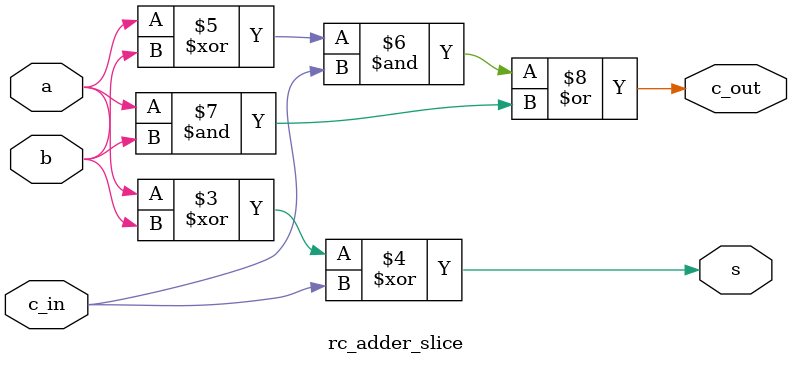
<source format=sv>
module rc_adder_slice (
   input logic a,b,c_in, 
   output logic s, c_out
);

    logic p, g;

    assign p = a ^ b;
    assign g = a & b;

    assign s =  a^b^c_in;
    assign c_out = ((a^b)&c_in) | (a&b);

endmodule
</source>
